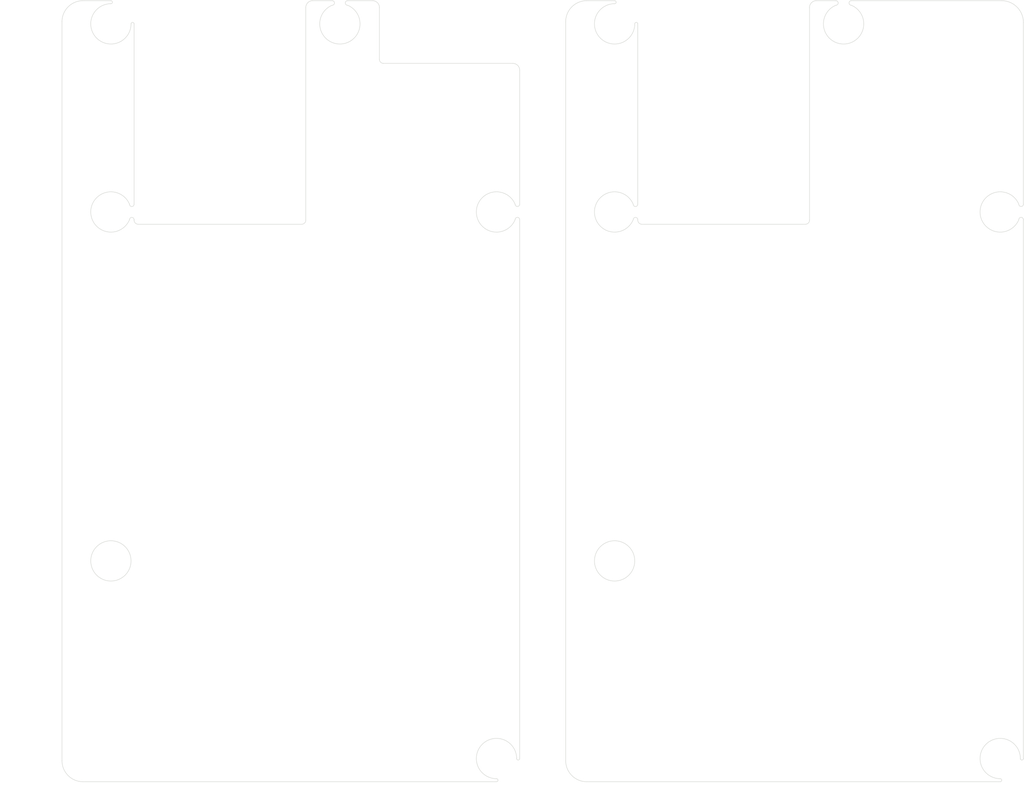
<source format=kicad_pcb>
(kicad_pcb (version 20171130) (host pcbnew "(5.1.12)-1")

  (general
    (thickness 1.6)
    (drawings 74)
    (tracks 0)
    (zones 0)
    (modules 0)
    (nets 1)
  )

  (page A4)
  (layers
    (0 F.Cu signal)
    (31 B.Cu signal)
    (32 B.Adhes user)
    (33 F.Adhes user)
    (34 B.Paste user)
    (35 F.Paste user)
    (36 B.SilkS user)
    (37 F.SilkS user)
    (38 B.Mask user)
    (39 F.Mask user)
    (40 Dwgs.User user)
    (41 Cmts.User user)
    (42 Eco1.User user)
    (43 Eco2.User user)
    (44 Edge.Cuts user)
    (45 Margin user)
    (46 B.CrtYd user)
    (47 F.CrtYd user)
    (48 B.Fab user)
    (49 F.Fab user)
  )

  (setup
    (last_trace_width 0.25)
    (user_trace_width 0.5)
    (trace_clearance 0.2)
    (zone_clearance 0)
    (zone_45_only no)
    (trace_min 0.2)
    (via_size 0.8)
    (via_drill 0.4)
    (via_min_size 0.4)
    (via_min_drill 0.3)
    (uvia_size 0.3)
    (uvia_drill 0.1)
    (uvias_allowed no)
    (uvia_min_size 0.2)
    (uvia_min_drill 0.1)
    (edge_width 0.05)
    (segment_width 0.2)
    (pcb_text_width 0.3)
    (pcb_text_size 1.5 1.5)
    (mod_edge_width 0.12)
    (mod_text_size 1 1)
    (mod_text_width 0.15)
    (pad_size 1.524 1.524)
    (pad_drill 0.762)
    (pad_to_mask_clearance 0)
    (aux_axis_origin 0 0)
    (visible_elements 7FFFFFFF)
    (pcbplotparams
      (layerselection 0x010fc_ffffffff)
      (usegerberextensions false)
      (usegerberattributes true)
      (usegerberadvancedattributes true)
      (creategerberjobfile true)
      (excludeedgelayer true)
      (linewidth 0.100000)
      (plotframeref false)
      (viasonmask false)
      (mode 1)
      (useauxorigin false)
      (hpglpennumber 1)
      (hpglpenspeed 20)
      (hpglpendiameter 15.000000)
      (psnegative false)
      (psa4output false)
      (plotreference true)
      (plotvalue true)
      (plotinvisibletext false)
      (padsonsilk false)
      (subtractmaskfromsilk false)
      (outputformat 1)
      (mirror false)
      (drillshape 1)
      (scaleselection 1)
      (outputdirectory ""))
  )

  (net 0 "")

  (net_class Default "This is the default net class."
    (clearance 0.2)
    (trace_width 0.25)
    (via_dia 0.8)
    (via_drill 0.4)
    (uvia_dia 0.3)
    (uvia_drill 0.1)
  )

  (gr_arc (start 161.547758 -11.163268) (end 163.92901 -11.163268) (angle -90) (layer Edge.Cuts) (width 0.05) (tstamp 63AC102E))
  (gr_arc (start 144.29695 -11.013291) (end 143.455046 -13.045826) (angle -315) (layer Edge.Cuts) (width 0.05) (tstamp 63AC1039))
  (gr_line (start 121.824944 -11.013291) (end 121.824944 8.683104) (layer Edge.Cuts) (width 0.05) (tstamp 63AC1038))
  (gr_line (start 145.138854 -13.54452) (end 161.547758 -13.54452) (layer Edge.Cuts) (width 0.05) (tstamp 63AC1037))
  (gr_arc (start 119.293836 -11.013291) (end 119.293836 -13.213291) (angle -269.9961502) (layer Edge.Cuts) (width 0.05) (tstamp 63AC1036))
  (gr_arc (start 161.397756 9.525008) (end 163.430291 8.683104) (angle -315) (layer Edge.Cuts) (width 0.05) (tstamp 63AC1033))
  (gr_arc (start 119.293836 9.525008) (end 121.326371 8.683104) (angle -315) (layer Edge.Cuts) (width 0.05) (tstamp 63AC1030))
  (gr_arc (start 163.67965 8.683104) (end 163.430292 8.683104) (angle -180) (layer Edge.Cuts) (width 0.05) (tstamp 63AC102F))
  (gr_arc (start 163.67965 10.366911) (end 163.929007 10.366911) (angle -180.0002298) (layer Edge.Cuts) (width 0.05) (tstamp 63AC102E))
  (gr_line (start 163.929008 8.683104) (end 163.929008 -11.16327) (layer Edge.Cuts) (width 0.05) (tstamp 63AC102D))
  (gr_circle (center 119.293836 47.625008) (end 119.293836 45.425008) (layer Edge.Cuts) (width 0.05) (tstamp 63AC102C))
  (gr_arc (start 161.397756 71.570714) (end 161.397756 71.73634) (angle -180) (layer Edge.Cuts) (width 0.05) (tstamp 63AC102B))
  (gr_arc (start 163.763382 69.205088) (end 163.597756 69.205088) (angle -180) (layer Edge.Cuts) (width 0.05) (tstamp 63AC102A))
  (gr_arc (start 161.397756 69.205088) (end 163.597756 69.205088) (angle -270) (layer Edge.Cuts) (width 0.05) (tstamp 63AC1029))
  (gr_arc (start 143.455045 -13.295173) (end 143.455045 -13.045826) (angle -179.9997702) (layer Edge.Cuts) (width 0.05) (tstamp 63AC1028))
  (gr_arc (start 141.32024 -12.799208) (end 141.32024 -13.54452) (angle -90) (layer Edge.Cuts) (width 0.05) (tstamp 63AC1027))
  (gr_line (start 141.32024 -13.54452) (end 143.455046 -13.54452) (layer Edge.Cuts) (width 0.05) (tstamp 63AC1026))
  (gr_line (start 163.929008 69.205088) (end 163.929008 10.366912) (layer Edge.Cuts) (width 0.05) (tstamp 63AC1025))
  (gr_arc (start 122.270256 10.41796) (end 122.270256 10.863272) (angle 90) (layer Edge.Cuts) (width 0.05) (tstamp 63AC1023))
  (gr_arc (start 145.138854 -13.295173) (end 145.138854 -13.54452) (angle -179.9997702) (layer Edge.Cuts) (width 0.05) (tstamp 63AC1022))
  (gr_arc (start 121.575657 10.366911) (end 121.824943 10.366911) (angle -180) (layer Edge.Cuts) (width 0.05) (tstamp 63AC1021))
  (gr_arc (start 116.249549 -11.248111) (end 113.953117 -11.248111) (angle 90) (layer Edge.Cuts) (width 0.05) (tstamp 63AC1020))
  (gr_arc (start 116.249549 69.439908) (end 113.953117 69.439908) (angle -90) (layer Edge.Cuts) (width 0.05) (tstamp 63AC101F))
  (gr_line (start 121.824944 10.41796) (end 121.824943 10.366911) (layer Edge.Cuts) (width 0.05) (tstamp 63AC101E))
  (gr_arc (start 119.293836 -13.378906) (end 119.293836 -13.213292) (angle -180) (layer Edge.Cuts) (width 0.05) (tstamp 63AC101D))
  (gr_line (start 113.953117 69.439908) (end 113.953117 -11.248111) (layer Edge.Cuts) (width 0.05) (tstamp 63AC101C))
  (gr_arc (start 121.65933 -11.013291) (end 121.824944 -11.013291) (angle -180) (layer Edge.Cuts) (width 0.05) (tstamp 63AC101B))
  (gr_arc (start 121.575658 8.683104) (end 121.326372 8.683104) (angle -180) (layer Edge.Cuts) (width 0.05) (tstamp 63AC101A))
  (dimension 85.280883 (width 0.15) (layer Dwgs.User) (tstamp 63AC1018)
    (gr_text "85.281 mm" (at 110.849952 29.095898 270) (layer Dwgs.User) (tstamp 63AC1019)
      (effects (font (size 1 1) (thickness 0.15)))
    )
    (feature1 (pts (xy 116.249549 71.73634) (xy 111.563531 71.73634)))
    (feature2 (pts (xy 116.249549 -13.544543) (xy 111.563531 -13.544543)))
    (crossbar (pts (xy 112.149952 -13.544543) (xy 112.149952 71.73634)))
    (arrow1a (pts (xy 112.149952 71.73634) (xy 111.563531 70.609836)))
    (arrow1b (pts (xy 112.149952 71.73634) (xy 112.736373 70.609836)))
    (arrow2a (pts (xy 112.149952 -13.544543) (xy 111.563531 -12.418039)))
    (arrow2b (pts (xy 112.149952 -13.544543) (xy 112.736373 -12.418039)))
  )
  (gr_line (start 122.270256 10.863272) (end 140.129616 10.863272) (layer Edge.Cuts) (width 0.05) (tstamp 63AC1017))
  (gr_line (start 140.574928 10.41796) (end 140.574928 -12.799208) (layer Edge.Cuts) (width 0.05) (tstamp 63AC1016))
  (gr_arc (start 140.129616 10.41796) (end 140.574928 10.41796) (angle 90) (layer Edge.Cuts) (width 0.05) (tstamp 63AC1015))
  (gr_line (start 116.249549 71.73634) (end 161.397756 71.73634) (layer Edge.Cuts) (width 0.05) (tstamp 63AC1014))
  (gr_line (start 116.249549 -13.544543) (end 119.293836 -13.54452) (layer Edge.Cuts) (width 0.05) (tstamp 63AC1013))
  (dimension 50.006208 (width 0.15) (layer Dwgs.User) (tstamp 63AC1011)
    (gr_text "50.006 mm" (at 138.938992 73.630408) (layer Dwgs.User) (tstamp 63AC1012)
      (effects (font (size 1 1) (thickness 0.15)))
    )
    (feature1 (pts (xy 163.942096 69.502676) (xy 163.942096 72.916829)))
    (feature2 (pts (xy 113.935888 69.502676) (xy 113.935888 72.916829)))
    (crossbar (pts (xy 113.935888 72.330408) (xy 163.942096 72.330408)))
    (arrow1a (pts (xy 163.942096 72.330408) (xy 162.815592 72.916829)))
    (arrow1b (pts (xy 163.942096 72.330408) (xy 162.815592 71.743987)))
    (arrow2a (pts (xy 113.935888 72.330408) (xy 115.062392 72.916829)))
    (arrow2b (pts (xy 113.935888 72.330408) (xy 115.062392 71.743987)))
  )
  (dimension 50.006208 (width 0.15) (layer Dwgs.User)
    (gr_text "50.006 mm" (at 83.938992 73.630408) (layer Dwgs.User)
      (effects (font (size 1 1) (thickness 0.15)))
    )
    (feature1 (pts (xy 108.942096 69.502676) (xy 108.942096 72.916829)))
    (feature2 (pts (xy 58.935888 69.502676) (xy 58.935888 72.916829)))
    (crossbar (pts (xy 58.935888 72.330408) (xy 108.942096 72.330408)))
    (arrow1a (pts (xy 108.942096 72.330408) (xy 107.815592 72.916829)))
    (arrow1b (pts (xy 108.942096 72.330408) (xy 107.815592 71.743987)))
    (arrow2a (pts (xy 58.935888 72.330408) (xy 60.062392 72.916829)))
    (arrow2b (pts (xy 58.935888 72.330408) (xy 60.062392 71.743987)))
  )
  (dimension 85.280883 (width 0.15) (layer Dwgs.User)
    (gr_text "85.281 mm" (at 55.849952 29.095898 270) (layer Dwgs.User)
      (effects (font (size 1 1) (thickness 0.15)))
    )
    (feature1 (pts (xy 61.249549 71.73634) (xy 56.563531 71.73634)))
    (feature2 (pts (xy 61.249549 -13.544543) (xy 56.563531 -13.544543)))
    (crossbar (pts (xy 57.149952 -13.544543) (xy 57.149952 71.73634)))
    (arrow1a (pts (xy 57.149952 71.73634) (xy 56.563531 70.609836)))
    (arrow1b (pts (xy 57.149952 71.73634) (xy 57.736373 70.609836)))
    (arrow2a (pts (xy 57.149952 -13.544543) (xy 56.563531 -12.418039)))
    (arrow2b (pts (xy 57.149952 -13.544543) (xy 57.736373 -12.418039)))
  )
  (gr_line (start 61.249549 -13.544543) (end 64.293836 -13.54452) (layer Edge.Cuts) (width 0.05) (tstamp 638C3D48))
  (gr_line (start 61.249549 71.73634) (end 106.397756 71.73634) (layer Edge.Cuts) (width 0.05) (tstamp 638C3D49))
  (gr_arc (start 85.129616 10.41796) (end 85.574928 10.41796) (angle 90) (layer Edge.Cuts) (width 0.05) (tstamp 638C3D4C))
  (gr_line (start 85.574928 10.41796) (end 85.574928 -12.799208) (layer Edge.Cuts) (width 0.05) (tstamp 638C3D67))
  (gr_line (start 67.270256 10.863272) (end 85.129616 10.863272) (layer Edge.Cuts) (width 0.05) (tstamp 638C3D64))
  (gr_arc (start 94.059296 -7.143744) (end 94.059296 -6.698432) (angle 90) (layer Edge.Cuts) (width 0.05) (tstamp 638C3D59))
  (gr_line (start 93.613984 -7.143744) (end 93.613984 -12.799208) (layer Edge.Cuts) (width 0.05) (tstamp 638C3D6B))
  (gr_line (start 108.183696 -6.698432) (end 94.059296 -6.698432) (layer Edge.Cuts) (width 0.05) (tstamp 638C3D6D))
  (gr_arc (start 106.397756 69.205088) (end 108.597756 69.205088) (angle -270) (layer Edge.Cuts) (width 0.05) (tstamp 638C3D6A))
  (gr_line (start 86.32024 -13.54452) (end 88.455046 -13.54452) (layer Edge.Cuts) (width 0.05) (tstamp 638C3D68))
  (gr_line (start 66.824944 -11.013291) (end 66.824944 8.683104) (layer Edge.Cuts) (width 0.05) (tstamp 638C3D65))
  (gr_arc (start 108.183696 -5.95312) (end 108.929008 -5.95312) (angle -90) (layer Edge.Cuts) (width 0.05) (tstamp 638C3D63))
  (gr_arc (start 108.763382 69.205088) (end 108.597756 69.205088) (angle -180) (layer Edge.Cuts) (width 0.05) (tstamp 638C3D62))
  (gr_line (start 108.929008 8.683104) (end 108.929008 -5.95312) (layer Edge.Cuts) (width 0.05) (tstamp 638C3D61))
  (gr_arc (start 106.397756 71.570714) (end 106.397756 71.73634) (angle -180) (layer Edge.Cuts) (width 0.05) (tstamp 638C3D5E))
  (gr_arc (start 108.67965 10.366911) (end 108.929007 10.366911) (angle -180.0002298) (layer Edge.Cuts) (width 0.05) (tstamp 638C3D5D))
  (gr_arc (start 108.67965 8.683104) (end 108.430292 8.683104) (angle -180) (layer Edge.Cuts) (width 0.05) (tstamp 638C3D5C))
  (gr_line (start 90.138854 -13.54452) (end 92.868672 -13.54452) (layer Edge.Cuts) (width 0.05) (tstamp 638C3D5B))
  (gr_circle (center 64.293836 47.625008) (end 64.293836 45.425008) (layer Edge.Cuts) (width 0.05) (tstamp 638C3D5A))
  (gr_arc (start 89.29695 -11.013291) (end 88.455046 -13.045826) (angle -315) (layer Edge.Cuts) (width 0.05) (tstamp 638C3D58))
  (gr_arc (start 64.293836 9.525008) (end 66.326371 8.683104) (angle -315) (layer Edge.Cuts) (width 0.05) (tstamp 638C3D57))
  (gr_arc (start 106.397756 9.525008) (end 108.430291 8.683104) (angle -315) (layer Edge.Cuts) (width 0.05) (tstamp 638C3D54))
  (gr_arc (start 64.293836 -11.013291) (end 64.293836 -13.213291) (angle -269.9961502) (layer Edge.Cuts) (width 0.05) (tstamp 638C3D53))
  (gr_arc (start 67.270256 10.41796) (end 67.270256 10.863272) (angle 90) (layer Edge.Cuts) (width 0.05) (tstamp 638C3D52))
  (gr_arc (start 92.868672 -12.799208) (end 92.868672 -13.54452) (angle 90) (layer Edge.Cuts) (width 0.05) (tstamp 638C3D50))
  (gr_arc (start 86.32024 -12.799208) (end 86.32024 -13.54452) (angle -90) (layer Edge.Cuts) (width 0.05) (tstamp 638C3D4D))
  (gr_line (start 108.929008 69.205088) (end 108.929008 10.366912) (layer Edge.Cuts) (width 0.05) (tstamp 638C3D4A))
  (gr_arc (start 88.455045 -13.295173) (end 88.455045 -13.045826) (angle -179.9997702) (layer Edge.Cuts) (width 0.05) (tstamp 638C3D47))
  (gr_arc (start 66.65933 -11.013291) (end 66.824944 -11.013291) (angle -180) (layer Edge.Cuts) (width 0.05) (tstamp 638C3D46))
  (gr_arc (start 66.575658 8.683104) (end 66.326372 8.683104) (angle -180) (layer Edge.Cuts) (width 0.05) (tstamp 638C3D45))
  (gr_arc (start 66.575657 10.366911) (end 66.824943 10.366911) (angle -180) (layer Edge.Cuts) (width 0.05) (tstamp 638C3D44))
  (gr_line (start 66.824944 10.41796) (end 66.824943 10.366911) (layer Edge.Cuts) (width 0.05) (tstamp 638C3D43))
  (gr_arc (start 64.293836 -13.378906) (end 64.293836 -13.213292) (angle -180) (layer Edge.Cuts) (width 0.05) (tstamp 638C3D42))
  (gr_arc (start 90.138854 -13.295173) (end 90.138854 -13.54452) (angle -179.9997702) (layer Edge.Cuts) (width 0.05) (tstamp 638C3D41))
  (gr_arc (start 61.249549 69.439908) (end 58.953117 69.439908) (angle -90) (layer Edge.Cuts) (width 0.05))
  (gr_arc (start 61.249549 -11.248111) (end 58.953117 -11.248111) (angle 90) (layer Edge.Cuts) (width 0.05))
  (gr_line (start 58.953117 69.439908) (end 58.953117 -11.248111) (layer Edge.Cuts) (width 0.05) (tstamp 638A6F7D))

)

</source>
